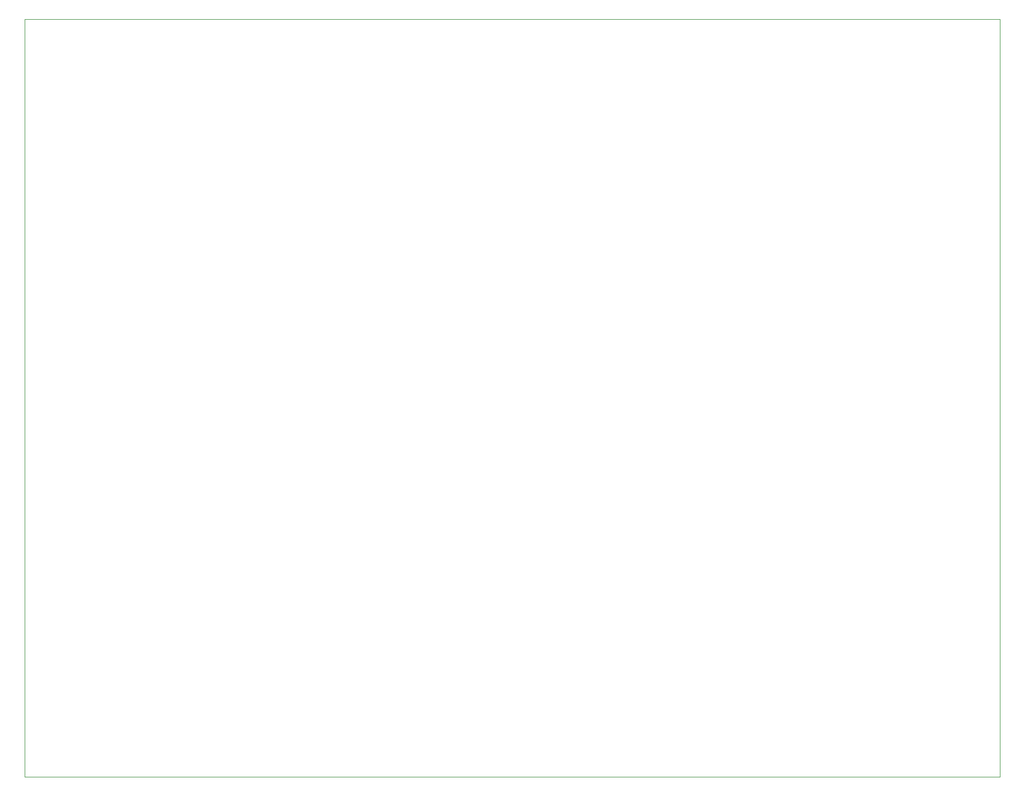
<source format=gbr>
%TF.GenerationSoftware,KiCad,Pcbnew,(5.1.9-0-10_14)*%
%TF.CreationDate,2021-06-20T20:55:53-04:00*%
%TF.ProjectId,control,636f6e74-726f-46c2-9e6b-696361645f70,rev?*%
%TF.SameCoordinates,Original*%
%TF.FileFunction,Profile,NP*%
%FSLAX46Y46*%
G04 Gerber Fmt 4.6, Leading zero omitted, Abs format (unit mm)*
G04 Created by KiCad (PCBNEW (5.1.9-0-10_14)) date 2021-06-20 20:55:53*
%MOMM*%
%LPD*%
G01*
G04 APERTURE LIST*
%TA.AperFunction,Profile*%
%ADD10C,0.050000*%
%TD*%
G04 APERTURE END LIST*
D10*
X172396400Y-32156600D02*
X172396400Y-149250600D01*
X172396400Y-149250600D02*
X171888400Y-149250600D01*
X172142400Y-32156600D02*
X172396400Y-32156600D01*
X171888400Y-32156600D02*
X172142400Y-32156600D01*
X21774400Y-32156600D02*
X171888400Y-32156600D01*
X21774400Y-149250600D02*
X21774400Y-32156600D01*
X171888400Y-149250600D02*
X21774400Y-149250600D01*
M02*

</source>
